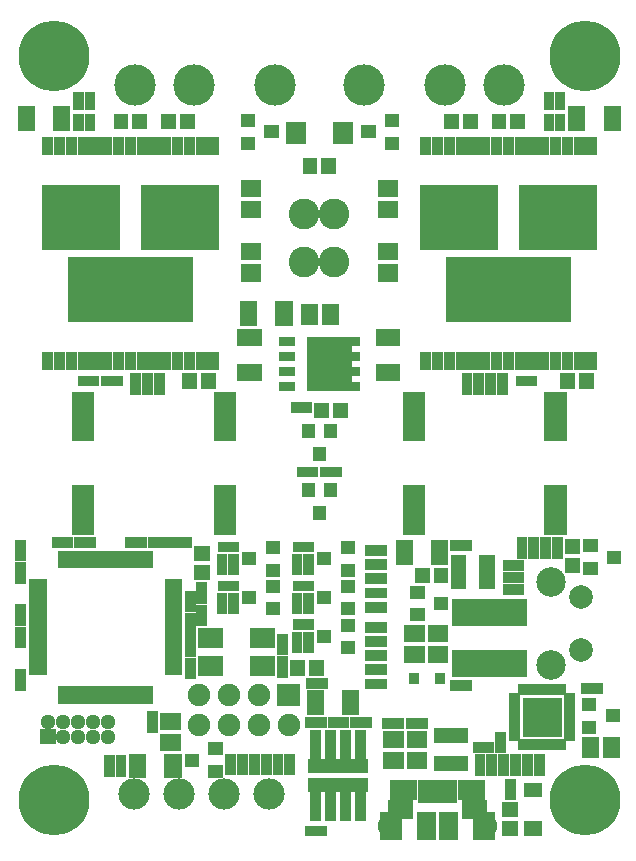
<source format=gts>
G04 start of page 9 for group -4063 idx -4063 *
G04 Title: (unknown), componentmask *
G04 Creator: pcb 20140316 *
G04 CreationDate: Tue 21 Mar 2017 17:58:47 GMT UTC *
G04 For: kier *
G04 Format: Gerber/RS-274X *
G04 PCB-Dimensions (mil): 2755.91 3543.31 *
G04 PCB-Coordinate-Origin: lower left *
%MOIN*%
%FSLAX25Y25*%
%LNTOPMASK*%
%ADD157R,0.0906X0.0906*%
%ADD156R,0.0276X0.0276*%
%ADD155R,0.0693X0.0693*%
%ADD154R,0.0650X0.0650*%
%ADD153R,0.0659X0.0659*%
%ADD152R,0.0394X0.0394*%
%ADD151R,0.0758X0.0758*%
%ADD150R,0.0476X0.0476*%
%ADD149R,0.0197X0.0197*%
%ADD148R,0.1299X0.1299*%
%ADD147R,0.0531X0.0531*%
%ADD146R,0.2185X0.2185*%
%ADD145R,0.0354X0.0354*%
%ADD144R,0.0236X0.0236*%
%ADD143R,0.0669X0.0669*%
%ADD142R,0.0433X0.0433*%
%ADD141R,0.0591X0.0591*%
%ADD140R,0.1508X0.1508*%
%ADD139R,0.0748X0.0748*%
%ADD138R,0.0492X0.0492*%
%ADD137R,0.0362X0.0362*%
%ADD136R,0.0374X0.0374*%
%ADD135R,0.0295X0.0295*%
%ADD134R,0.0571X0.0571*%
%ADD133C,0.0512*%
%ADD132C,0.0551*%
%ADD131C,0.1043*%
%ADD130C,0.0748*%
%ADD129C,0.0001*%
%ADD128C,0.1024*%
%ADD127C,0.1378*%
%ADD126C,0.2362*%
%ADD125C,0.0984*%
%ADD124C,0.0787*%
G54D124*X228937Y102953D03*
Y120669D03*
G54D125*X219094Y98031D03*
G54D126*X230315Y53150D03*
G54D125*X219094Y125591D03*
G54D127*X203150Y291339D03*
X183465D03*
X156496D03*
X100000D03*
X80315D03*
G54D128*X146732Y248543D03*
X136732D03*
Y232559D03*
X146732D03*
G54D127*X126969Y291339D03*
G54D126*X53150Y301181D03*
X230315D03*
G54D129*G36*
X127756Y91732D02*Y84252D01*
X135236D01*
Y91732D01*
X127756D01*
G37*
G54D130*X121496Y87992D03*
X111496D03*
X101496D03*
X131496Y77992D03*
X121496D03*
X111496D03*
X101496D03*
G54D131*X94862Y55118D03*
X109862D03*
X124862D03*
G54D130*X164961Y44291D03*
X197244D03*
G54D132*X171555Y56417D03*
X190650D03*
G54D131*X79862Y55118D03*
G54D126*X53150Y53150D03*
G54D129*G36*
X48754Y76690D02*Y71572D01*
X53872D01*
Y76690D01*
X48754D01*
G37*
G54D133*X51313Y79131D03*
X56313Y74131D03*
Y79131D03*
X61313Y74131D03*
Y79131D03*
X66313Y74131D03*
Y79131D03*
X71313Y74131D03*
Y79131D03*
G54D134*X138386Y215551D02*Y214370D01*
X118110Y216437D02*Y213878D01*
X129921Y216437D02*Y213878D01*
X145472Y215551D02*Y214370D01*
G54D135*X151476Y205768D02*X153642D01*
G54D136*X78740Y200689D02*Y198130D01*
X82677Y200689D02*Y198130D01*
G54D137*X84449Y189965D02*Y189957D01*
Y193508D02*Y193500D01*
X80512Y193508D02*Y193500D01*
Y189965D02*Y189957D01*
G54D136*X86614Y200689D02*Y198130D01*
G54D137*X88386Y193508D02*Y193500D01*
Y189965D02*Y189957D01*
G54D136*X90551Y200689D02*Y198130D01*
X94488Y200689D02*Y198130D01*
X98425Y200689D02*Y198130D01*
X102362Y200689D02*Y198130D01*
G54D138*X98425Y192815D02*Y192618D01*
G54D139*X110236Y185433D02*Y176378D01*
G54D136*X106299Y200689D02*Y198130D01*
G54D138*X104724Y192815D02*Y192618D01*
G54D134*X117028Y207283D02*X119587D01*
X117028Y195472D02*X119587D01*
G54D135*X129803Y205768D02*X132283D01*
X129803Y200768D02*X132283D01*
X129803Y195768D02*X132283D01*
X129803Y190768D02*X132283D01*
G54D140*X145000Y199705D02*Y196831D01*
G54D141*X141083Y203661D02*Y202205D01*
Y194331D02*Y192874D01*
G54D135*X151476Y190768D02*X153642D01*
X151476Y195768D02*X153642D01*
X151476Y200768D02*X153642D01*
G54D141*X148957Y203661D02*Y202205D01*
Y194331D02*Y192874D01*
G54D138*X148819Y182972D02*Y182776D01*
X142520Y182972D02*Y182776D01*
G54D137*X137594Y183858D02*X137602D01*
X134051D02*X134059D01*
G54D142*X137992Y176378D02*Y175984D01*
G54D137*X147437Y162402D02*X147445D01*
X143894D02*X143902D01*
X139563D02*X139571D01*
X136020D02*X136028D01*
G54D142*X145472Y176378D02*Y175984D01*
X141732Y168504D02*Y168110D01*
G54D137*X82280Y138976D02*X82287D01*
X78736D02*X78744D01*
X86413D02*X86421D01*
X89957D02*X89965D01*
G54D143*X121850Y107087D02*X123425D01*
X104528D02*X106102D01*
X104528Y97638D02*X106102D01*
X121850D02*X123425D01*
G54D139*X62992Y185433D02*Y176378D01*
Y154331D02*Y145276D01*
G54D136*Y200689D02*Y198130D01*
X66929Y200689D02*Y198130D01*
G54D137*X62988Y192717D02*X62996D01*
X66531D02*X66539D01*
G54D136*X70866Y200689D02*Y198130D01*
X74803Y200689D02*Y198130D01*
G54D137*X74406Y192717D02*X74413D01*
X70862D02*X70870D01*
X61807Y138976D02*X61815D01*
X57870D02*X57878D01*
X54327D02*X54335D01*
X65350D02*X65358D01*
G54D144*X75394Y135039D02*Y131496D01*
X73425Y135039D02*Y131496D01*
X71457Y135039D02*Y131496D01*
X69488Y135039D02*Y131496D01*
X67520Y135039D02*Y131496D01*
X65551Y135039D02*Y131496D01*
X63583Y135039D02*Y131496D01*
X46063Y125394D02*X49606D01*
X46063Y123425D02*X49606D01*
X46063Y121457D02*X49606D01*
G54D137*X42126Y126972D02*Y126965D01*
Y130516D02*Y130508D01*
Y137996D02*Y137988D01*
Y134453D02*Y134445D01*
G54D144*X46063Y111614D02*X49606D01*
X46063Y109646D02*X49606D01*
X46063Y107677D02*X49606D01*
X46063Y105709D02*X49606D01*
X46063Y103740D02*X49606D01*
G54D137*X42126Y105516D02*Y105508D01*
Y109059D02*Y109051D01*
G54D144*X46063Y101772D02*X49606D01*
X46063Y99803D02*X49606D01*
X46063Y97835D02*X49606D01*
X46063Y95866D02*X49606D01*
G54D137*X42126Y94886D02*Y94878D01*
Y91343D02*Y91335D01*
G54D144*X46063Y119488D02*X49606D01*
X46063Y117520D02*X49606D01*
X46063Y115551D02*X49606D01*
X46063Y113583D02*X49606D01*
G54D137*X42126Y116539D02*Y116531D01*
Y112996D02*Y112988D01*
G54D145*X65256Y280118D02*Y277756D01*
Y287205D02*Y284843D01*
X61516Y287205D02*Y284843D01*
Y280118D02*Y277756D01*
G54D136*X62992Y272343D02*Y269783D01*
G54D134*X44094Y281398D02*Y278839D01*
X55906Y281398D02*Y278839D01*
G54D136*X59055Y272343D02*Y269783D01*
X55118Y272343D02*Y269783D01*
X51181Y272343D02*Y269783D01*
X106299Y272343D02*Y269783D01*
X102362Y272343D02*Y269783D01*
X98425Y272343D02*Y269783D01*
X94488Y272343D02*Y269783D01*
X90551Y272343D02*Y269783D01*
G54D138*X97638Y279232D02*Y279035D01*
X91339Y279232D02*Y279035D01*
G54D136*X51181Y200689D02*Y198130D01*
X55118Y200689D02*Y198130D01*
X59055Y200689D02*Y198130D01*
G54D146*X68799Y223228D02*X88681D01*
G54D147*X82579Y230906D02*X85630D01*
X82579Y223228D02*X85630D01*
X71850D02*X74902D01*
X93307Y230906D02*X96358D01*
X93307Y223228D02*X96358D01*
X61122Y230906D02*X64173D01*
X71850D02*X74902D01*
X61122Y223228D02*X64173D01*
X61122Y215551D02*X64173D01*
X82579D02*X85630D01*
X93307D02*X96358D01*
X71850D02*X74902D01*
G54D134*X118307Y228740D02*X119488D01*
G54D146*X60138Y247244D02*X64272D01*
G54D147*X70571Y254921D02*X71949D01*
X61516D02*X62894D01*
X61516Y247244D02*X62894D01*
X52461Y239567D02*X53839D01*
X52461Y254921D02*X53839D01*
X52461Y247244D02*X53839D01*
X70571D02*X71949D01*
X70571Y239567D02*X71949D01*
X61516D02*X62894D01*
G54D146*X93209Y247244D02*X97343D01*
G54D147*X85531Y254921D02*X86909D01*
X94587D02*X95965D01*
X94587Y247244D02*X95965D01*
X103642Y239567D02*X105020D01*
G54D134*X118307Y235827D02*X119488D01*
G54D147*X103642Y254921D02*X105020D01*
X103642Y247244D02*X105020D01*
X85531D02*X86909D01*
X85531Y239567D02*X86909D01*
X94587D02*X95965D01*
G54D136*X86614Y272343D02*Y269783D01*
X82677Y272343D02*Y269783D01*
X78740Y272343D02*Y269783D01*
X74803Y272343D02*Y269783D01*
G54D138*X81890Y279232D02*Y279035D01*
X75591Y279232D02*Y279035D01*
G54D136*X70866Y272343D02*Y269783D01*
X66929Y272343D02*Y269783D01*
G54D142*X117717Y279528D02*X118110D01*
X117717Y272047D02*X118110D01*
X125591Y275787D02*X125984D01*
G54D143*X133858Y275866D02*Y274921D01*
G54D142*X165748Y279528D02*X166142D01*
X157874Y275787D02*X158268D01*
G54D143*X149606Y275866D02*Y274921D01*
G54D142*X165748Y272047D02*X166142D01*
G54D138*X138583Y264469D02*Y264272D01*
X144882Y264469D02*Y264272D01*
G54D134*X163976Y256890D02*X165157D01*
X163976Y249803D02*X165157D01*
X118307Y256890D02*X119488D01*
X118307Y249803D02*X119488D01*
G54D145*X221949Y280118D02*Y277756D01*
Y287205D02*Y284843D01*
X218209Y287205D02*Y284843D01*
Y280118D02*Y277756D01*
G54D134*X239370Y281398D02*Y278839D01*
X227559Y281398D02*Y278839D01*
G54D136*X232283Y272343D02*Y269783D01*
X228346Y272343D02*Y269783D01*
X224409Y272343D02*Y269783D01*
X220472Y272343D02*Y269783D01*
G54D138*X207874Y279232D02*Y279035D01*
X201575Y279232D02*Y279035D01*
X192126Y279232D02*Y279035D01*
X185827Y279232D02*Y279035D01*
G54D136*X216535Y272343D02*Y269783D01*
X212598Y272343D02*Y269783D01*
X208661Y272343D02*Y269783D01*
X204724Y272343D02*Y269783D01*
X200787Y272343D02*Y269783D01*
X196850Y272343D02*Y269783D01*
X192913Y272343D02*Y269783D01*
X188976Y272343D02*Y269783D01*
X185039Y272343D02*Y269783D01*
X181102Y272343D02*Y269783D01*
X177165Y272343D02*Y269783D01*
G54D144*X206102Y85630D02*X207283D01*
X206102Y83661D02*X207283D01*
X206102Y81693D02*X207283D01*
X206102Y79724D02*X207283D01*
X206102Y77756D02*X207283D01*
X206102Y75787D02*X207283D01*
X206102Y73819D02*X207283D01*
X222835Y72047D02*Y70866D01*
X220866Y72047D02*Y70866D01*
X218898Y72047D02*Y70866D01*
X216929Y72047D02*Y70866D01*
X214961Y72047D02*Y70866D01*
X212992Y72047D02*Y70866D01*
X211024Y72047D02*Y70866D01*
X224606Y75787D02*X225787D01*
X224606Y73819D02*X225787D01*
G54D134*X232087Y71260D02*Y70079D01*
X239173Y71260D02*Y70079D01*
G54D144*X224606Y77756D02*X225787D01*
G54D148*X215945Y80713D02*Y80705D01*
G54D149*X216929Y81299D02*Y80118D01*
X214961Y81299D02*Y80118D01*
X212992Y77362D02*Y76181D01*
X211024Y77362D02*Y76181D01*
X220866Y77362D02*Y76181D01*
X218898Y77362D02*Y76181D01*
X212992Y81299D02*Y80118D01*
X211024Y81299D02*Y80118D01*
X216929Y77362D02*Y76181D01*
X214961Y77362D02*Y76181D01*
G54D144*X224606Y87598D02*X225787D01*
X224606Y85630D02*X225787D01*
X224606Y83661D02*X225787D01*
G54D149*X220866Y85236D02*Y84055D01*
Y81299D02*Y80118D01*
X218898Y85236D02*Y84055D01*
Y81299D02*Y80118D01*
G54D144*X224606Y81693D02*X225787D01*
X224606Y79724D02*X225787D01*
G54D142*X231496Y84843D02*X231890D01*
X231496Y77362D02*X231890D01*
X239370Y81102D02*X239764D01*
G54D138*X205217Y49803D02*X205413D01*
G54D137*X205315Y58272D02*Y58264D01*
Y54728D02*Y54720D01*
G54D150*X212185Y56437D02*X213406D01*
G54D137*X214961Y62996D02*Y62988D01*
Y66539D02*Y66531D01*
X211024Y62996D02*Y62988D01*
Y66539D02*Y66531D01*
X198224Y70472D02*X198232D01*
X194681D02*X194689D01*
X199213Y66539D02*Y66531D01*
Y62996D02*Y62988D01*
X195276Y62996D02*Y62988D01*
Y66539D02*Y66531D01*
X207087Y62996D02*Y62988D01*
Y66539D02*Y66531D01*
X203150Y66539D02*Y66531D01*
Y62996D02*Y62988D01*
G54D138*X205217Y43504D02*X205413D01*
G54D150*X212185Y43563D02*X213406D01*
G54D151*X196602Y45224D02*Y43354D01*
G54D152*X185630Y65748D02*Y64567D01*
X189370Y65748D02*Y64567D01*
G54D153*X184791Y45720D02*Y42862D01*
G54D154*X192469Y49902D02*X194339D01*
G54D155*X191457Y56417D02*X193583D01*
G54D156*X186220Y58268D02*Y53543D01*
X183661Y58268D02*Y53543D01*
X181102Y58268D02*Y53543D01*
X178543Y58268D02*Y53543D01*
X175984Y58268D02*Y53543D01*
G54D137*X157280Y78937D02*X157287D01*
X153736D02*X153744D01*
X149799D02*X149807D01*
X146256D02*X146264D01*
X142319D02*X142327D01*
G54D145*X140531Y54134D02*Y47835D01*
G54D138*X140433Y58071D02*X140630D01*
G54D149*X140531Y56102D02*Y55315D01*
G54D145*X145531Y54134D02*Y47835D01*
G54D138*X145433Y58071D02*X145630D01*
G54D149*X145531Y56102D02*Y55315D01*
G54D145*X150531Y54134D02*Y47835D01*
G54D138*X150433Y58071D02*X150630D01*
G54D149*X150531Y56102D02*Y55315D01*
G54D145*X155531Y54134D02*Y47835D01*
G54D138*X155433Y58071D02*X155630D01*
G54D149*X155531Y56102D02*Y55315D01*
G54D134*X165748Y73228D02*X166929D01*
G54D155*X168622Y56417D02*X170748D01*
G54D153*X177413Y45720D02*Y42862D01*
G54D151*X165602Y45224D02*Y43354D01*
G54D137*X142319Y42717D02*X142327D01*
X138776D02*X138783D01*
G54D154*X167866Y49902D02*X169736D01*
G54D144*X222835Y90551D02*Y89370D01*
G54D137*X234445Y90354D02*X234453D01*
X230902D02*X230909D01*
G54D144*X220866Y90551D02*Y89370D01*
X218898Y90551D02*Y89370D01*
G54D137*X162398Y91732D02*X162406D01*
X158854D02*X158862D01*
G54D144*X216929Y90551D02*Y89370D01*
X214961Y90551D02*Y89370D01*
X212992Y90551D02*Y89370D01*
X211024Y90551D02*Y89370D01*
X209055Y90551D02*Y89370D01*
X206102Y87598D02*X207283D01*
G54D149*X216929Y85236D02*Y84055D01*
X214961Y85236D02*Y84055D01*
X212992Y85236D02*Y84055D01*
X211024Y85236D02*Y84055D01*
G54D144*X209055Y72047D02*Y70866D01*
G54D137*X202165Y70476D02*Y70469D01*
Y74020D02*Y74012D01*
G54D152*X189370Y75197D02*Y74016D01*
X185630Y75197D02*Y74016D01*
X181890Y75197D02*Y74016D01*
Y65748D02*Y64567D01*
G54D139*X173228Y185433D02*Y176378D01*
Y154331D02*Y145276D01*
X220472Y185433D02*Y176378D01*
Y154331D02*Y145276D01*
G54D137*X190945Y189965D02*Y189957D01*
X202756Y189965D02*Y189957D01*
X194882Y189965D02*Y189957D01*
X198819Y189965D02*Y189957D01*
G54D136*X177165Y200689D02*Y198130D01*
X181102Y200689D02*Y198130D01*
X185039Y200689D02*Y198130D01*
X188976Y200689D02*Y198130D01*
G54D134*X163287Y207283D02*X165846D01*
X163287Y195472D02*X165846D01*
G54D136*X192913Y200689D02*Y198130D01*
X196850Y200689D02*Y198130D01*
G54D137*X190945Y193508D02*Y193500D01*
X194882Y193508D02*Y193500D01*
G54D136*X200787Y200689D02*Y198130D01*
G54D137*X202756Y193508D02*Y193500D01*
X198819Y193508D02*Y193500D01*
G54D146*X194783Y223228D02*X214665D01*
G54D147*X208563Y230906D02*X211614D01*
X208563Y223228D02*X211614D01*
X197835D02*X200886D01*
X219291Y230906D02*X222343D01*
X219291Y223228D02*X222343D01*
X187106Y230906D02*X190157D01*
X197835D02*X200886D01*
X187106Y223228D02*X190157D01*
X187106Y215551D02*X190157D01*
X208563D02*X211614D01*
X219291D02*X222343D01*
X197835D02*X200886D01*
G54D134*X163976Y228740D02*X165157D01*
G54D146*X186122Y247244D02*X190256D01*
G54D147*X196555Y254921D02*X197933D01*
X187500D02*X188878D01*
X187500Y247244D02*X188878D01*
X178445Y239567D02*X179823D01*
G54D134*X163976Y235827D02*X165157D01*
G54D147*X178445Y254921D02*X179823D01*
X178445Y247244D02*X179823D01*
X196555D02*X197933D01*
X196555Y239567D02*X197933D01*
X187500D02*X188878D01*
G54D146*X219193Y247244D02*X223327D01*
G54D147*X211516Y254921D02*X212894D01*
X220571D02*X221949D01*
X220571Y247244D02*X221949D01*
X229626Y239567D02*X231004D01*
X229626Y254921D02*X231004D01*
X229626Y247244D02*X231004D01*
X211516D02*X212894D01*
X211516Y239567D02*X212894D01*
X220571D02*X221949D01*
G54D136*X204724Y200689D02*Y198130D01*
X208661Y200689D02*Y198130D01*
X212598Y200689D02*Y198130D01*
X216535Y200689D02*Y198130D01*
X220472Y200689D02*Y198130D01*
X224409Y200689D02*Y198130D01*
X228346Y200689D02*Y198130D01*
X232283Y200689D02*Y198130D01*
G54D138*X230709Y192815D02*Y192618D01*
X224409Y192815D02*Y192618D01*
G54D137*X212594Y192717D02*X212602D01*
X209051D02*X209059D01*
G54D142*X231890Y137795D02*X232283D01*
X239764Y134055D02*X240157D01*
G54D138*X226083Y137598D02*X226280D01*
G54D137*X221063Y135240D02*Y135232D01*
Y138783D02*Y138776D01*
G54D138*X226083Y131299D02*X226280D01*
G54D142*X231890Y130315D02*X232283D01*
G54D137*X209252Y138783D02*Y138776D01*
Y135240D02*Y135232D01*
X217126Y135240D02*Y135232D01*
Y138783D02*Y138776D01*
X213189Y138783D02*Y138776D01*
Y135240D02*Y135232D01*
G54D152*X197047Y132874D02*X198228D01*
G54D137*X204720Y123228D02*X204728D01*
X208264Y127165D02*X208272D01*
G54D152*X197047Y125394D02*X198228D01*
X197047Y129134D02*X198228D01*
G54D137*X204720Y127165D02*X204728D01*
X208264Y131102D02*X208272D01*
X204720D02*X204728D01*
G54D157*X190551Y98622D02*X206299D01*
G54D137*X190744Y91339D02*X190752D01*
X187201D02*X187209D01*
G54D134*X172835Y108661D02*X174016D01*
X172835Y101575D02*X174016D01*
X180709Y108661D02*X181890D01*
X180709Y101575D02*X181890D01*
G54D137*X162398Y101181D02*X162406D01*
X162398Y105906D02*X162406D01*
X162398Y96457D02*X162406D01*
X208264Y123228D02*X208272D01*
G54D157*X190551Y115551D02*X206299D01*
G54D142*X174213Y122244D02*X174606D01*
G54D137*X162398Y126772D02*X162406D01*
X162398Y122047D02*X162406D01*
G54D142*X174213Y114764D02*X174606D01*
X182087Y118504D02*X182480D01*
G54D137*X162398Y110630D02*X162406D01*
X162398Y117323D02*X162406D01*
X162398Y131496D02*X162406D01*
G54D152*X187598Y132874D02*X188780D01*
G54D137*X187201Y137992D02*X187209D01*
X190744D02*X190752D01*
G54D134*X181890Y136713D02*Y134154D01*
X170079Y136713D02*Y134154D01*
G54D152*X187598Y129134D02*X188780D01*
X187598Y125394D02*X188780D01*
G54D138*X175984Y128051D02*Y127854D01*
X182283Y128051D02*Y127854D01*
G54D137*X162398Y136220D02*X162406D01*
G54D139*X110236Y154331D02*Y145276D01*
G54D137*X109252Y129728D02*Y129720D01*
Y133272D02*Y133264D01*
X113189Y129728D02*Y129720D01*
Y133272D02*Y133264D01*
X113185Y124409D02*X113193D01*
X113189Y116736D02*Y116728D01*
Y120280D02*Y120272D01*
X109642Y137402D02*X109650D01*
X113185D02*X113193D01*
G54D144*X91339Y113583D02*X94882D01*
X91339Y115551D02*X94882D01*
X91339Y117520D02*X94882D01*
X91339Y119488D02*X94882D01*
X91339Y121457D02*X94882D01*
X91339Y123425D02*X94882D01*
X91339Y125394D02*X94882D01*
X85236Y135039D02*Y131496D01*
X83268Y135039D02*Y131496D01*
X81299Y135039D02*Y131496D01*
X79331Y135039D02*Y131496D01*
X77362Y135039D02*Y131496D01*
G54D142*X143110Y107480D02*X143504D01*
X143110Y120472D02*X143504D01*
X150984Y116732D02*X151378D01*
G54D137*X138189Y116736D02*Y116728D01*
Y120280D02*Y120272D01*
X134252Y116736D02*Y116728D01*
Y120280D02*Y120272D01*
G54D142*X125984Y116732D02*X126378D01*
X150984Y124213D02*X151378D01*
G54D137*X134642Y124409D02*X134650D01*
X138185D02*X138193D01*
G54D142*X125984Y129724D02*X126378D01*
X125984Y137205D02*X126378D01*
X118110Y133465D02*X118504D01*
X125984Y124213D02*X126378D01*
X118110Y120472D02*X118504D01*
G54D144*X61614Y135039D02*Y131496D01*
X59646Y135039D02*Y131496D01*
X57677Y135039D02*Y131496D01*
X55709Y135039D02*Y131496D01*
Y89764D02*Y86220D01*
X57677Y89764D02*Y86220D01*
X59646Y89764D02*Y86220D01*
X61614Y89764D02*Y86220D01*
X63583Y89764D02*Y86220D01*
X65551Y89764D02*Y86220D01*
X67520Y89764D02*Y86220D01*
X69488Y89764D02*Y86220D01*
X71457Y89764D02*Y86220D01*
X73425Y89764D02*Y86220D01*
X75394Y89764D02*Y86220D01*
X77362Y89764D02*Y86220D01*
X79331Y89764D02*Y86220D01*
X81299Y89764D02*Y86220D01*
X83268Y89764D02*Y86220D01*
X85236Y89764D02*Y86220D01*
G54D137*X75591Y62602D02*Y62594D01*
Y66146D02*Y66138D01*
X71654Y66146D02*Y66138D01*
Y62602D02*Y62594D01*
G54D142*X145472Y156693D02*Y156299D01*
X137992Y156693D02*Y156299D01*
X141732Y148819D02*Y148425D01*
X150984Y137205D02*X151378D01*
X143110Y133465D02*X143504D01*
G54D137*X138189Y129728D02*Y129720D01*
Y133272D02*Y133264D01*
X134252Y129728D02*Y129720D01*
Y133272D02*Y133264D01*
X134642Y137402D02*X134650D01*
X138185D02*X138193D01*
G54D138*X102461Y135236D02*X102657D01*
X102461Y128937D02*X102657D01*
G54D137*X97437Y138976D02*X97445D01*
X93894D02*X93902D01*
X98622Y117524D02*Y117516D01*
Y121067D02*Y121059D01*
X102559Y120280D02*Y120272D01*
Y123823D02*Y123815D01*
X134642Y111417D02*X134650D01*
X138185D02*X138193D01*
G54D142*X150984Y129724D02*X151378D01*
X150984Y111220D02*X151378D01*
G54D137*X158854Y110630D02*X158862D01*
X158854Y126772D02*X158862D01*
X158854Y122047D02*X158862D01*
X158854Y117323D02*X158862D01*
X158854Y131496D02*X158862D01*
X158854Y136220D02*X158862D01*
X98622Y110043D02*Y110035D01*
G54D144*X91339Y95866D02*X94882D01*
X91339Y97835D02*X94882D01*
X91339Y99803D02*X94882D01*
X91339Y101772D02*X94882D01*
X91339Y103740D02*X94882D01*
X91339Y105709D02*X94882D01*
X91339Y107677D02*X94882D01*
X91339Y109646D02*X94882D01*
X91339Y111614D02*X94882D01*
G54D134*X92913Y65650D02*Y63091D01*
X81102Y65650D02*Y63091D01*
X91535Y72244D02*X92717D01*
X91535Y79331D02*X92717D01*
G54D137*X86220Y77366D02*Y77358D01*
Y80909D02*Y80902D01*
X98622Y113587D02*Y113579D01*
G54D142*X106890Y62598D02*X107283D01*
X106890Y70079D02*X107283D01*
X99016Y66339D02*X99409D01*
G54D137*X98622Y95083D02*Y95075D01*
Y98626D02*Y98618D01*
Y102563D02*Y102555D01*
Y106106D02*Y106098D01*
X102559Y112799D02*Y112791D01*
Y116343D02*Y116335D01*
X109252Y116736D02*Y116728D01*
Y120280D02*Y120272D01*
X109642Y124409D02*X109650D01*
X112205Y66736D02*Y66728D01*
Y63193D02*Y63185D01*
X129331Y99217D02*Y99209D01*
Y103154D02*Y103146D01*
Y106697D02*Y106689D01*
X138189Y103744D02*Y103736D01*
Y107287D02*Y107280D01*
X134252Y103744D02*Y103736D01*
Y107287D02*Y107280D01*
G54D142*X150984Y103740D02*X151378D01*
G54D137*X158854Y101181D02*X158862D01*
X158854Y105906D02*X158862D01*
X158854Y96457D02*X158862D01*
X138776Y78937D02*X138783D01*
G54D134*X140354Y86713D02*Y84154D01*
G54D137*X142713Y91929D02*X142720D01*
X139169D02*X139177D01*
G54D138*X140748Y97146D02*Y96949D01*
X134449Y97146D02*Y96949D01*
G54D137*X129331Y95673D02*Y95665D01*
X124016Y63193D02*Y63185D01*
X116142Y63193D02*Y63185D01*
X120079Y63193D02*Y63185D01*
X124016Y66736D02*Y66728D01*
X116142Y66736D02*Y66728D01*
X120079Y66736D02*Y66728D01*
X127953Y66736D02*Y66728D01*
Y63193D02*Y63185D01*
X131890Y66736D02*Y66728D01*
Y63193D02*Y63185D01*
G54D145*X181886Y93504D02*X181894D01*
X173224D02*X173232D01*
G54D137*X172437Y78543D02*X172445D01*
X175980D02*X175988D01*
G54D134*X173622Y66142D02*X174803D01*
X173622Y73228D02*X174803D01*
X152165Y86713D02*Y84154D01*
G54D145*X150531Y74606D02*Y68307D01*
X145531Y74606D02*Y68307D01*
X140531Y74606D02*Y68307D01*
G54D138*X140433Y64370D02*X140630D01*
G54D149*X140531Y67126D02*Y66339D01*
G54D138*X145433Y64370D02*X145630D01*
G54D149*X145531Y67126D02*Y66339D01*
G54D138*X150433Y64370D02*X150630D01*
X155433D02*X155630D01*
G54D149*X155531Y67126D02*Y66339D01*
X150531Y67126D02*Y66339D01*
G54D145*X155531Y74606D02*Y68307D01*
G54D137*X164563Y78543D02*X164571D01*
X168106D02*X168114D01*
G54D134*X165748Y66142D02*X166929D01*
M02*

</source>
